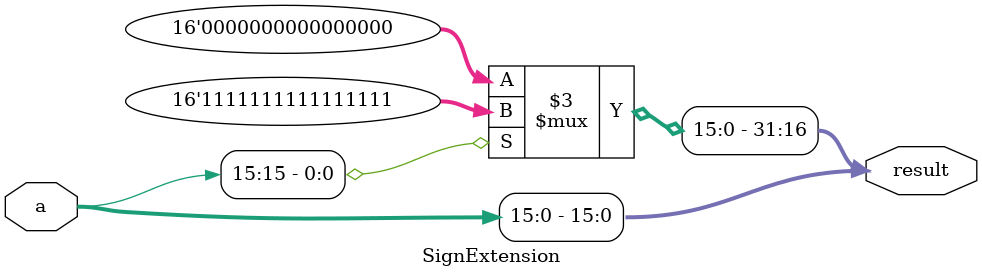
<source format=v>
`timescale 1ns / 1ps
module SignExtension(a, result);
	input [15:0] a;
	output reg [31:0] result;	
	always @(a) begin
	result[15:0] = a[15:0];
	if (a[15]) result[31:16] <= 16'b 1111111111111111;
	else result[31:16] <= 16'b 0000000000000000;	
	end

endmodule

</source>
